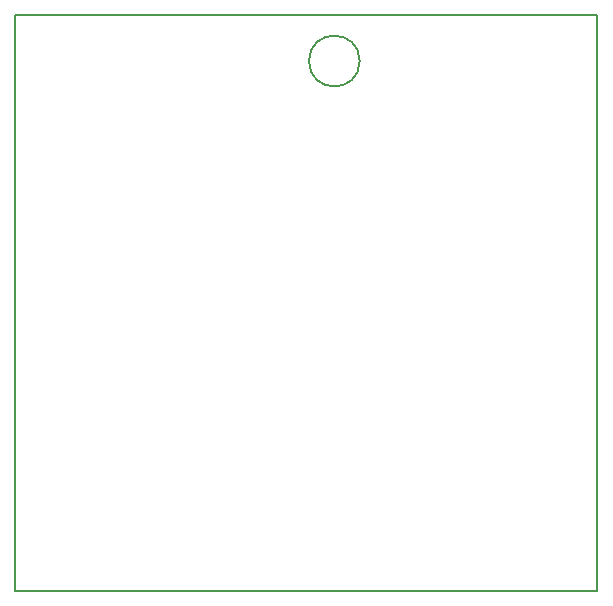
<source format=gm1>
G04 #@! TF.FileFunction,Profile,NP*
%FSLAX46Y46*%
G04 Gerber Fmt 4.6, Leading zero omitted, Abs format (unit mm)*
G04 Created by KiCad (PCBNEW (2016-01-17 BZR 6493, Git da9ca2d)-product) date 19.01.2016 21.57.01*
%MOMM*%
G01*
G04 APERTURE LIST*
%ADD10C,0.100000*%
%ADD11C,0.150000*%
G04 APERTURE END LIST*
D10*
D11*
X129220882Y-55234840D02*
G75*
G03X129220882Y-55234840I-2149762J0D01*
G01*
X149352000Y-100076000D02*
X100076000Y-100076000D01*
X149352000Y-51308000D02*
X149352000Y-100076000D01*
X100076000Y-51308000D02*
X149352000Y-51308000D01*
X100076000Y-100076000D02*
X100076000Y-51308000D01*
M02*

</source>
